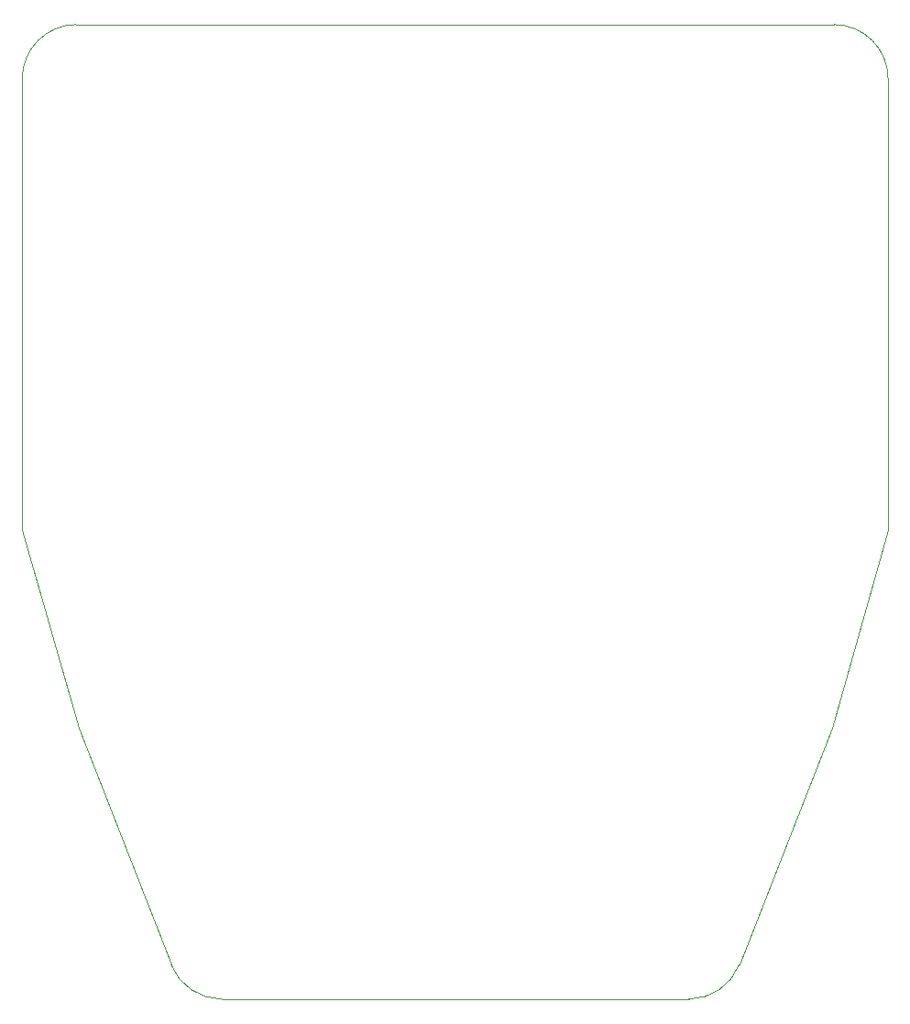
<source format=gbr>
G04 #@! TF.FileFunction,Profile,NP*
%FSLAX46Y46*%
G04 Gerber Fmt 4.6, Leading zero omitted, Abs format (unit mm)*
G04 Created by KiCad (PCBNEW 4.0.2+dfsg1-stable) date Wed 12 Sep 2018 10:09:28 PM CEST*
%MOMM*%
G01*
G04 APERTURE LIST*
%ADD10C,0.100000*%
G04 APERTURE END LIST*
D10*
X117735895Y-142369442D02*
X126288699Y-120514974D01*
X117735037Y-142371634D02*
G75*
G02X113079758Y-145547250I-4655279J1824384D01*
G01*
X69904746Y-145547250D02*
X113079758Y-145547250D01*
X69902392Y-145547249D02*
G75*
G02X65248608Y-142369442I2354J4999999D01*
G01*
X56695805Y-120514974D02*
X65248608Y-142369442D01*
X51492252Y-102218646D02*
X56695805Y-120514974D01*
X51492252Y-73890043D02*
X51492252Y-102218646D01*
X51492252Y-60547250D02*
X51492252Y-73890043D01*
X51492252Y-60547250D02*
G75*
G02X56492252Y-55547250I5000000J0D01*
G01*
X126492252Y-55547250D02*
X56492252Y-55547250D01*
X126492252Y-55547250D02*
G75*
G02X131492252Y-60547250I0J-5000000D01*
G01*
X131492252Y-102218646D02*
X131492252Y-60547250D01*
X126288699Y-120514974D02*
X131492252Y-102218646D01*
M02*

</source>
